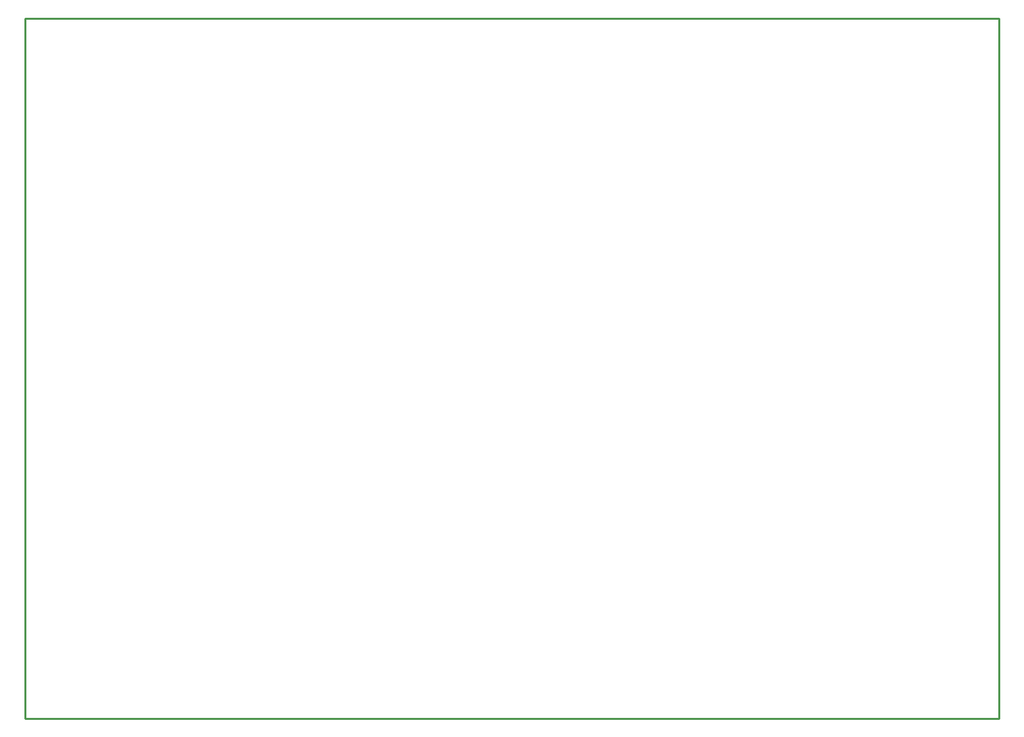
<source format=gko>
G04*
G04 #@! TF.GenerationSoftware,Altium Limited,Altium Designer,22.8.2 (66)*
G04*
G04 Layer_Color=16711833*
%FSLAX25Y25*%
%MOIN*%
G70*
G04*
G04 #@! TF.SameCoordinates,E87138AD-D39F-473D-B2F9-8BE8101B49D9*
G04*
G04*
G04 #@! TF.FilePolarity,Positive*
G04*
G01*
G75*
%ADD10C,0.00984*%
D10*
X177165Y551181D02*
X669291D01*
X177165Y196850D02*
Y551181D01*
Y196850D02*
X669291D01*
Y551181D01*
M02*

</source>
